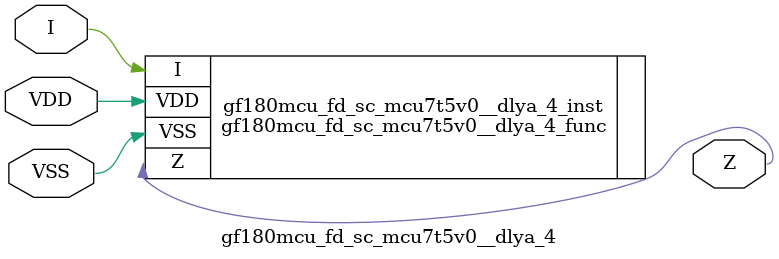
<source format=v>

module gf180mcu_fd_sc_mcu7t5v0__dlya_4( I, Z, VDD, VSS );
input I;
inout VDD, VSS;
output Z;

   `ifdef FUNCTIONAL  //  functional //

	gf180mcu_fd_sc_mcu7t5v0__dlya_4_func gf180mcu_fd_sc_mcu7t5v0__dlya_4_behav_inst(.I(I),.Z(Z),.VDD(VDD),.VSS(VSS));

   `else

	gf180mcu_fd_sc_mcu7t5v0__dlya_4_func gf180mcu_fd_sc_mcu7t5v0__dlya_4_inst(.I(I),.Z(Z),.VDD(VDD),.VSS(VSS));

	// spec_gates_begin


	// spec_gates_end



   specify

	// specify_block_begin

	// comb arc I --> Z
	 (I => Z) = (1.0,1.0);

	// specify_block_end

   endspecify

   `endif

endmodule

</source>
